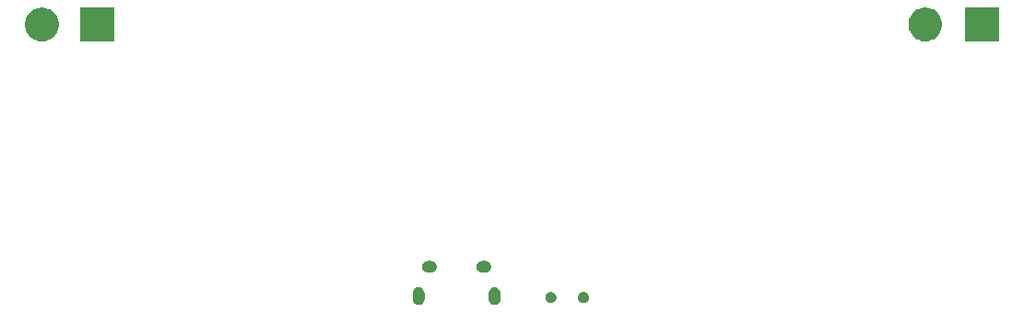
<source format=gbs>
G04 #@! TF.GenerationSoftware,KiCad,Pcbnew,(5.0.2-5-10.14)*
G04 #@! TF.CreationDate,2019-03-11T19:31:18-04:00*
G04 #@! TF.ProjectId,glowtie,676c6f77-7469-4652-9e6b-696361645f70,rev?*
G04 #@! TF.SameCoordinates,Original*
G04 #@! TF.FileFunction,Soldermask,Bot*
G04 #@! TF.FilePolarity,Negative*
%FSLAX46Y46*%
G04 Gerber Fmt 4.6, Leading zero omitted, Abs format (unit mm)*
G04 Created by KiCad (PCBNEW (5.0.2-5-10.14)) date Monday, March 11, 2019 at 07:31:18 PM*
%MOMM*%
%LPD*%
G01*
G04 APERTURE LIST*
%ADD10C,0.100000*%
G04 APERTURE END LIST*
D10*
G36*
X67727818Y-51459958D02*
X67831493Y-51491407D01*
X67927042Y-51542479D01*
X68010791Y-51611210D01*
X68079521Y-51694957D01*
X68130593Y-51790506D01*
X68162042Y-51894181D01*
X68170000Y-51974980D01*
X68170000Y-52579020D01*
X68162042Y-52659819D01*
X68130593Y-52763494D01*
X68079521Y-52859043D01*
X68010791Y-52942791D01*
X67927043Y-53011521D01*
X67831494Y-53062593D01*
X67727819Y-53094042D01*
X67620000Y-53104661D01*
X67512182Y-53094042D01*
X67408507Y-53062593D01*
X67312958Y-53011521D01*
X67229210Y-52942791D01*
X67160480Y-52859043D01*
X67109407Y-52763494D01*
X67077958Y-52659819D01*
X67070000Y-52579020D01*
X67070000Y-51974981D01*
X67077958Y-51894182D01*
X67109407Y-51790507D01*
X67160479Y-51694958D01*
X67229210Y-51611209D01*
X67312957Y-51542479D01*
X67408506Y-51491407D01*
X67512181Y-51459958D01*
X67620000Y-51449339D01*
X67727818Y-51459958D01*
X67727818Y-51459958D01*
G37*
G36*
X74727818Y-51459958D02*
X74831493Y-51491407D01*
X74927042Y-51542479D01*
X75010791Y-51611210D01*
X75079521Y-51694957D01*
X75130593Y-51790506D01*
X75162042Y-51894181D01*
X75170000Y-51974980D01*
X75170000Y-52579020D01*
X75162042Y-52659819D01*
X75130593Y-52763494D01*
X75079521Y-52859043D01*
X75010791Y-52942791D01*
X74927043Y-53011521D01*
X74831494Y-53062593D01*
X74727819Y-53094042D01*
X74620000Y-53104661D01*
X74512182Y-53094042D01*
X74408507Y-53062593D01*
X74312958Y-53011521D01*
X74229210Y-52942791D01*
X74160480Y-52859043D01*
X74109407Y-52763494D01*
X74077958Y-52659819D01*
X74070000Y-52579020D01*
X74070000Y-51974981D01*
X74077958Y-51894182D01*
X74109407Y-51790507D01*
X74160479Y-51694958D01*
X74229210Y-51611209D01*
X74312957Y-51542479D01*
X74408506Y-51491407D01*
X74512181Y-51459958D01*
X74620000Y-51449339D01*
X74727818Y-51459958D01*
X74727818Y-51459958D01*
G37*
G36*
X82925843Y-51919214D02*
X82925846Y-51919215D01*
X82925845Y-51919215D01*
X83016839Y-51956906D01*
X83071311Y-51993303D01*
X83098733Y-52011626D01*
X83168374Y-52081267D01*
X83168375Y-52081269D01*
X83223094Y-52163161D01*
X83223094Y-52163162D01*
X83260786Y-52254157D01*
X83280000Y-52350753D01*
X83280000Y-52449247D01*
X83260786Y-52545843D01*
X83260785Y-52545845D01*
X83223094Y-52636839D01*
X83207739Y-52659819D01*
X83168374Y-52718733D01*
X83098733Y-52788374D01*
X83071311Y-52806697D01*
X83016839Y-52843094D01*
X82952495Y-52869746D01*
X82925843Y-52880786D01*
X82829247Y-52900000D01*
X82730753Y-52900000D01*
X82634157Y-52880786D01*
X82607505Y-52869746D01*
X82543161Y-52843094D01*
X82488689Y-52806697D01*
X82461267Y-52788374D01*
X82391626Y-52718733D01*
X82352261Y-52659819D01*
X82336906Y-52636839D01*
X82299215Y-52545845D01*
X82299214Y-52545843D01*
X82280000Y-52449247D01*
X82280000Y-52350753D01*
X82299214Y-52254157D01*
X82336906Y-52163162D01*
X82336906Y-52163161D01*
X82391625Y-52081269D01*
X82391626Y-52081267D01*
X82461267Y-52011626D01*
X82488689Y-51993303D01*
X82543161Y-51956906D01*
X82634155Y-51919215D01*
X82634154Y-51919215D01*
X82634157Y-51919214D01*
X82730753Y-51900000D01*
X82829247Y-51900000D01*
X82925843Y-51919214D01*
X82925843Y-51919214D01*
G37*
G36*
X79925843Y-51919214D02*
X79925846Y-51919215D01*
X79925845Y-51919215D01*
X80016839Y-51956906D01*
X80071311Y-51993303D01*
X80098733Y-52011626D01*
X80168374Y-52081267D01*
X80168375Y-52081269D01*
X80223094Y-52163161D01*
X80223094Y-52163162D01*
X80260786Y-52254157D01*
X80280000Y-52350753D01*
X80280000Y-52449247D01*
X80260786Y-52545843D01*
X80260785Y-52545845D01*
X80223094Y-52636839D01*
X80207739Y-52659819D01*
X80168374Y-52718733D01*
X80098733Y-52788374D01*
X80071311Y-52806697D01*
X80016839Y-52843094D01*
X79952495Y-52869746D01*
X79925843Y-52880786D01*
X79829247Y-52900000D01*
X79730753Y-52900000D01*
X79634157Y-52880786D01*
X79607505Y-52869746D01*
X79543161Y-52843094D01*
X79488689Y-52806697D01*
X79461267Y-52788374D01*
X79391626Y-52718733D01*
X79352261Y-52659819D01*
X79336906Y-52636839D01*
X79299215Y-52545845D01*
X79299214Y-52545843D01*
X79280000Y-52449247D01*
X79280000Y-52350753D01*
X79299214Y-52254157D01*
X79336906Y-52163162D01*
X79336906Y-52163161D01*
X79391625Y-52081269D01*
X79391626Y-52081267D01*
X79461267Y-52011626D01*
X79488689Y-51993303D01*
X79543161Y-51956906D01*
X79634155Y-51919215D01*
X79634154Y-51919215D01*
X79634157Y-51919214D01*
X79730753Y-51900000D01*
X79829247Y-51900000D01*
X79925843Y-51919214D01*
X79925843Y-51919214D01*
G37*
G36*
X73872918Y-49059596D02*
X73971881Y-49089616D01*
X74063086Y-49138367D01*
X74143028Y-49203972D01*
X74208633Y-49283914D01*
X74257384Y-49375119D01*
X74287404Y-49474082D01*
X74297540Y-49577000D01*
X74287404Y-49679918D01*
X74257384Y-49778881D01*
X74208633Y-49870086D01*
X74143028Y-49950028D01*
X74063086Y-50015633D01*
X73971881Y-50064384D01*
X73872918Y-50094404D01*
X73795792Y-50102000D01*
X73444208Y-50102000D01*
X73367082Y-50094404D01*
X73268119Y-50064384D01*
X73176914Y-50015633D01*
X73096972Y-49950028D01*
X73031367Y-49870086D01*
X72982616Y-49778881D01*
X72952596Y-49679918D01*
X72942460Y-49577000D01*
X72952596Y-49474082D01*
X72982616Y-49375119D01*
X73031367Y-49283914D01*
X73096972Y-49203972D01*
X73176914Y-49138367D01*
X73268119Y-49089616D01*
X73367082Y-49059596D01*
X73444208Y-49052000D01*
X73795792Y-49052000D01*
X73872918Y-49059596D01*
X73872918Y-49059596D01*
G37*
G36*
X68872918Y-49059596D02*
X68971881Y-49089616D01*
X69063086Y-49138367D01*
X69143028Y-49203972D01*
X69208633Y-49283914D01*
X69257384Y-49375119D01*
X69287404Y-49474082D01*
X69297540Y-49577000D01*
X69287404Y-49679918D01*
X69257384Y-49778881D01*
X69208633Y-49870086D01*
X69143028Y-49950028D01*
X69063086Y-50015633D01*
X68971881Y-50064384D01*
X68872918Y-50094404D01*
X68795792Y-50102000D01*
X68444208Y-50102000D01*
X68367082Y-50094404D01*
X68268119Y-50064384D01*
X68176914Y-50015633D01*
X68096972Y-49950028D01*
X68031367Y-49870086D01*
X67982616Y-49778881D01*
X67952596Y-49679918D01*
X67942460Y-49577000D01*
X67952596Y-49474082D01*
X67982616Y-49375119D01*
X68031367Y-49283914D01*
X68096972Y-49203972D01*
X68176914Y-49138367D01*
X68268119Y-49089616D01*
X68367082Y-49059596D01*
X68444208Y-49052000D01*
X68795792Y-49052000D01*
X68872918Y-49059596D01*
X68872918Y-49059596D01*
G37*
G36*
X120930000Y-28855000D02*
X117830000Y-28855000D01*
X117830000Y-25755000D01*
X120930000Y-25755000D01*
X120930000Y-28855000D01*
X120930000Y-28855000D01*
G37*
G36*
X114475390Y-25784782D02*
X114625118Y-25814565D01*
X114766159Y-25872987D01*
X114907201Y-25931408D01*
X115161069Y-26101037D01*
X115376963Y-26316931D01*
X115546592Y-26570799D01*
X115663435Y-26852883D01*
X115723000Y-27152337D01*
X115723000Y-27457663D01*
X115663435Y-27757117D01*
X115546592Y-28039201D01*
X115376963Y-28293069D01*
X115161069Y-28508963D01*
X114907201Y-28678592D01*
X114766159Y-28737013D01*
X114625118Y-28795435D01*
X114475390Y-28825217D01*
X114325663Y-28855000D01*
X114020337Y-28855000D01*
X113870610Y-28825217D01*
X113720882Y-28795435D01*
X113579841Y-28737013D01*
X113438799Y-28678592D01*
X113184931Y-28508963D01*
X112969037Y-28293069D01*
X112799408Y-28039201D01*
X112682565Y-27757117D01*
X112623000Y-27457663D01*
X112623000Y-27152337D01*
X112682565Y-26852883D01*
X112799408Y-26570799D01*
X112969037Y-26316931D01*
X113184931Y-26101037D01*
X113438799Y-25931408D01*
X113579841Y-25872987D01*
X113720882Y-25814565D01*
X113870610Y-25784782D01*
X114020337Y-25755000D01*
X114325663Y-25755000D01*
X114475390Y-25784782D01*
X114475390Y-25784782D01*
G37*
G36*
X39650000Y-28855000D02*
X36550000Y-28855000D01*
X36550000Y-25755000D01*
X39650000Y-25755000D01*
X39650000Y-28855000D01*
X39650000Y-28855000D01*
G37*
G36*
X33322390Y-25784782D02*
X33472118Y-25814565D01*
X33613159Y-25872987D01*
X33754201Y-25931408D01*
X34008069Y-26101037D01*
X34223963Y-26316931D01*
X34393592Y-26570799D01*
X34510435Y-26852883D01*
X34570000Y-27152337D01*
X34570000Y-27457663D01*
X34510435Y-27757117D01*
X34393592Y-28039201D01*
X34223963Y-28293069D01*
X34008069Y-28508963D01*
X33754201Y-28678592D01*
X33613159Y-28737013D01*
X33472118Y-28795435D01*
X33322390Y-28825217D01*
X33172663Y-28855000D01*
X32867337Y-28855000D01*
X32717610Y-28825217D01*
X32567882Y-28795435D01*
X32426841Y-28737013D01*
X32285799Y-28678592D01*
X32031931Y-28508963D01*
X31816037Y-28293069D01*
X31646408Y-28039201D01*
X31529565Y-27757117D01*
X31470000Y-27457663D01*
X31470000Y-27152337D01*
X31529565Y-26852883D01*
X31646408Y-26570799D01*
X31816037Y-26316931D01*
X32031931Y-26101037D01*
X32285799Y-25931408D01*
X32426841Y-25872987D01*
X32567882Y-25814565D01*
X32717610Y-25784782D01*
X32867337Y-25755000D01*
X33172663Y-25755000D01*
X33322390Y-25784782D01*
X33322390Y-25784782D01*
G37*
M02*

</source>
